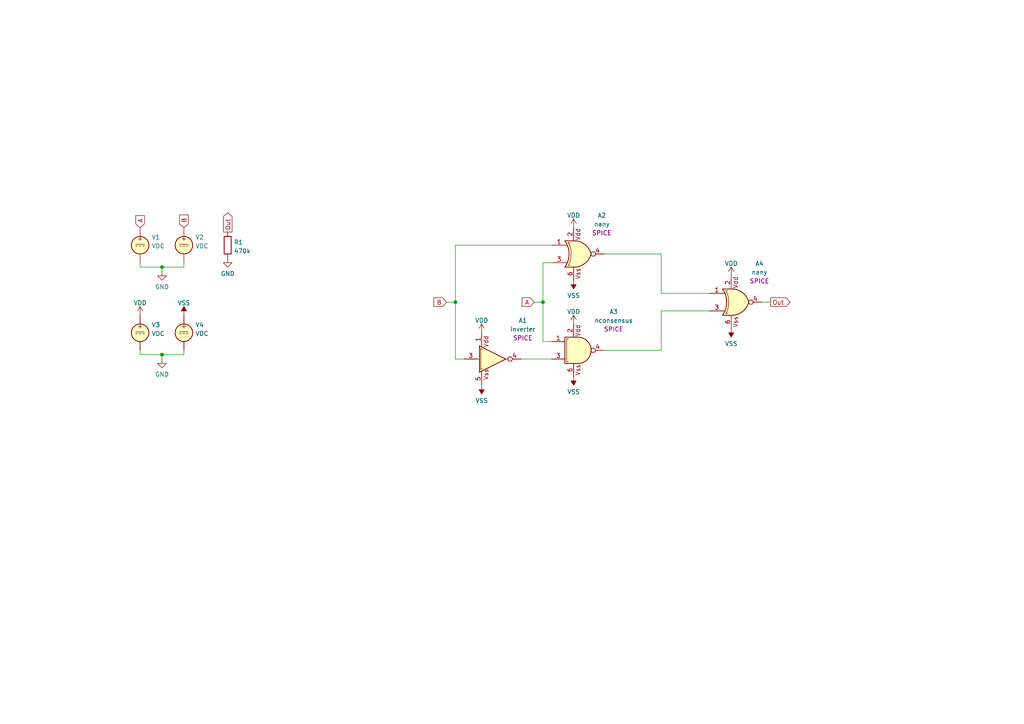
<source format=kicad_sch>
(kicad_sch (version 20211123) (generator eeschema)
  (paper "A4")
  (lib_symbols
    (symbol "Device:R" (pin_numbers hide) (pin_names (offset 0))
      (property "Reference" "R" (at 2.032 0 90))
      (property "Value" "R" (at 0 0 90))
      (symbol "R_0_1"
        (rectangle (start -1.016 -2.54) (end 1.016 2.54) (stroke (width 0.254)))
      )
      (symbol "R_1_1"
        (pin passive line (at 0 3.81 270) (length 1.27) (name "~") (number "1"))
        (pin passive line (at 0 -3.81 90) (length 1.27) (name "~") (number "2"))
      )
    )
    (symbol "Simulation_SPICE:VDC" (pin_numbers hide) (pin_names (offset 0.0254))
      (property "Reference" "V" (at 2.54 2.54 0))
      (property "Value" "VDC" (at 2.54 0 0))
      (property "Spice_Model" "dc(1)" (at 2.54 -2.54 0))
      (symbol "VDC_0_0"
        (polyline (pts (xy -1.27 0.254) (xy 1.27 0.254)))
        (polyline (pts (xy -0.762 -0.254) (xy -1.27 -0.254)))
        (polyline (pts (xy 0.254 -0.254) (xy -0.254 -0.254)))
        (polyline (pts (xy 1.27 -0.254) (xy 0.762 -0.254)))
        (text "+" (at 0 1.905 0) (effects (font (size 1.27 1.27))))
      )
      (symbol "VDC_0_1"
        (circle (center 0 0) (radius 2.54) (stroke (width 0.254)) (fill (type background)))
      )
      (symbol "VDC_1_1"
        (pin passive line (at 0 5.08 270) (length 2.54) (name "~") (number "1"))
        (pin passive line (at 0 -5.08 90) (length 2.54) (name "~") (number "2"))
      )
    )
    (symbol "TernaryLogic:inverter" (pin_names (offset 1.016))
      (property "Reference" "A" (at -0.635 1.27 0))
      (property "Value" "inverter" (at -0.635 -0.635 0))
      (property "Spice_Primitive" "X" (at -0.635 1.27 0))
      (property "Spice_Model" "Inverter" (at -0.635 1.27 0))
      (property "Spice_Netlist_Enabled" "Y" (at -0.635 1.27 0))
      (symbol "inverter_0_0"
        (polyline (pts (xy -3.81 0) (xy -3.302 0)))
        (polyline (pts (xy -2.54 -3.81) (xy -2.54 -3.556)))
        (polyline (pts (xy -2.54 3.81) (xy -2.54 3.556)))
        (polyline (pts (xy 5.08 0) (xy 4.318 0)))
        (text "Vdd" (at -1.27 5.08 900) (effects (font (size 1.27 1.27))))
        (text "Vss" (at -1.27 -4.445 900) (effects (font (size 1.27 1.27))))
      )
      (symbol "inverter_0_1"
        (polyline (pts (xy -2.794 3.048) (xy -2.286 2.794)) (stroke (width 0.1524)))
        (polyline (pts (xy -2.794 3.048) (xy -2.794 -3.048) (xy -2.286 -2.794)) (stroke (width 0.1524)))
      )
      (symbol "inverter_1_1"
        (polyline (pts (xy -3.175 3.81) (xy -3.175 -3.81) (xy 4.445 0) (xy -3.175 3.81)) (stroke (width 0.254)) (fill (type background)))
        (pin power_in line (at -2.54 7.62 270) (length 3.81) (name "~") (number "1"))
        (pin input line (at -7.62 0 0) (length 3.81) (name "~") (number "3"))
        (pin output inverted (at 8.89 0 180) (length 3.81) (name "~") (number "4"))
        (pin power_in line (at -2.54 -7.62 90) (length 3.81) (name "~") (number "5"))
      )
    )
    (symbol "TernaryLogic:nany" (pin_names (offset 1.016))
      (property "Reference" "A" (at 0 1.27 0))
      (property "Value" "nany" (at 0 -1.27 0))
      (property "Spice_Primitive" "X" (at 0 1.27 0))
      (property "Spice_Model" "NAny" (at 0 1.27 0))
      (property "Spice_Netlist_Enabled" "Y" (at 0 1.27 0))
      (symbol "nany_0_0"
        (text "Vdd" (at 0 5.715 900) (effects (font (size 1.27 1.27))))
        (text "Vss" (at 0 -5.715 900) (effects (font (size 1.27 1.27))))
      )
      (symbol "nany_0_1"
        (arc (start -2.794 -3.302) (mid -1.9868 0) (end -2.794 3.302))
        (polyline (pts (xy -2.794 -3.302) (xy -2.286 -3.302)))
        (polyline (pts (xy -2.794 3.302) (xy -2.286 3.302)))
      )
      (symbol "nany_1_1"
        (arc (start -3.81 -3.81) (mid -2.589 0) (end -3.81 3.81) (stroke (width 0.254)))
        (arc (start -0.6096 -3.81) (mid 2.1842 -2.5851) (end 3.81 0) (stroke (width 0.254)) (fill (type background)))
        (polyline (pts (xy -3.81 -3.81) (xy -0.635 -3.81)) (stroke (width 0.254)) (fill (type background)))
        (polyline (pts (xy -3.81 3.81) (xy -0.635 3.81)) (stroke (width 0.254)) (fill (type background)))
        (polyline (pts (xy -0.635 3.81) (xy -3.81 3.81) (xy -3.81 3.81) (xy -3.556 3.4036) (xy -3.0226 2.2606) (xy -2.6924 1.0414) (xy -2.6162 -0.254) (xy -2.7686 -1.4986) (xy -3.175 -2.7178) (xy -3.81 -3.81) (xy -3.81 -3.81) (xy -0.635 -3.81)) (stroke (width -25.4)) (fill (type background)))
        (arc (start 3.81 0) (mid 2.1915 2.5936) (end -0.6096 3.81) (stroke (width 0.254)) (fill (type background)))
        (pin input line (at -7.62 2.54 0) (length 4.318) (name "~") (number "1"))
        (pin power_in line (at -1.27 7.62 270) (length 3.81) (name "~") (number "2"))
        (pin input line (at -7.62 -2.54 0) (length 4.318) (name "~") (number "3"))
        (pin output inverted (at 7.62 0 180) (length 3.81) (name "~") (number "4"))
        (pin power_in line (at -1.27 -7.62 90) (length 3.81) (name "~") (number "6"))
      )
    )
    (symbol "TernaryLogic:nconsensus" (pin_names (offset 1.016))
      (property "Reference" "A" (at 0 1.27 0))
      (property "Value" "nconsensus" (at 0 -1.27 0))
      (property "Spice_Primitive" "X" (at 0 1.27 0))
      (property "Spice_Model" "NConsensus" (at 0 1.27 0))
      (property "Spice_Netlist_Enabled" "Y" (at 0 1.27 0))
      (symbol "nconsensus_0_0"
        (text "Vdd" (at 0 5.715 900) (effects (font (size 1.27 1.27))))
        (text "Vss" (at 0 -5.715 900) (effects (font (size 1.27 1.27))))
      )
      (symbol "nconsensus_0_1"
        (polyline (pts (xy -3.302 3.302) (xy -2.794 3.302)))
        (polyline (pts (xy -3.302 3.302) (xy -3.302 -3.302) (xy -3.048 -3.302) (xy -2.794 -3.302)))
      )
      (symbol "nconsensus_1_1"
        (arc (start 0 -3.81) (mid 3.81 0) (end 0 3.81) (stroke (width 0.254)) (fill (type background)))
        (polyline (pts (xy 0 3.81) (xy -3.81 3.81) (xy -3.81 -3.81) (xy 0 -3.81)) (stroke (width 0.254)) (fill (type background)))
        (pin input line (at -7.62 2.54 0) (length 3.81) (name "~") (number "1"))
        (pin power_in line (at -1.27 7.62 270) (length 3.81) (name "~") (number "2"))
        (pin input line (at -7.62 -2.54 0) (length 3.81) (name "~") (number "3"))
        (pin output inverted (at 7.62 0 180) (length 3.81) (name "~") (number "4"))
        (pin power_in line (at -1.27 -7.62 90) (length 3.81) (name "~") (number "6"))
      )
    )
    (symbol "power:GND" (power) (pin_names (offset 0))
      (property "Value" "GND" (at 0 -3.81 0))
      (symbol "GND_0_1"
        (polyline (pts (xy 0 0) (xy 0 -1.27) (xy 1.27 -1.27) (xy 0 -2.54) (xy -1.27 -1.27) (xy 0 -1.27)))
      )
      (symbol "GND_1_1"
        (pin power_in line (at 0 0 270) (length 0) hide (name "GND") (number "1"))
      )
    )
    (symbol "power:VDD" (power) (pin_names (offset 0))
      (property "Value" "VDD" (at 0 3.81 0))
      (symbol "VDD_0_1"
        (polyline (pts (xy -0.762 1.27) (xy 0 2.54)))
        (polyline (pts (xy 0 0) (xy 0 2.54)))
        (polyline (pts (xy 0 2.54) (xy 0.762 1.27)))
      )
      (symbol "VDD_1_1"
        (pin power_in line (at 0 0 90) (length 0) hide (name "VDD") (number "1"))
      )
    )
    (symbol "power:VSS" (power) (pin_names (offset 0))
      (property "Value" "VSS" (at 0 3.81 0))
      (symbol "VSS_0_1"
        (polyline (pts (xy 0 0) (xy 0 2.54)))
        (polyline (pts (xy 0.762 1.27) (xy -0.762 1.27) (xy 0 2.54) (xy 0.762 1.27)) (fill (type outline)))
      )
      (symbol "VSS_1_1"
        (pin power_in line (at 0 0 90) (length 0) hide (name "VSS") (number "1"))
      )
    )
  )
  (junction (at 46.99 102.87))
  (junction (at 132.08 87.63))
  (junction (at 46.99 77.47))
  (junction (at 157.48 87.63))
  (wire (pts (xy 40.64 76.2) (xy 40.64 77.47)))
  (wire (pts (xy 191.77 90.17) (xy 191.77 101.6)))
  (wire (pts (xy 46.99 102.87) (xy 46.99 104.14)))
  (wire (pts (xy 40.64 77.47) (xy 46.99 77.47)))
  (wire (pts (xy 154.94 87.63) (xy 157.48 87.63)))
  (wire (pts (xy 160.02 99.06) (xy 157.48 99.06)))
  (wire (pts (xy 160.02 76.2) (xy 157.48 76.2)))
  (wire (pts (xy 129.54 87.63) (xy 132.08 87.63)))
  (wire (pts (xy 157.48 76.2) (xy 157.48 87.63)))
  (wire (pts (xy 53.34 77.47) (xy 53.34 76.2)))
  (wire (pts (xy 160.02 71.12) (xy 132.08 71.12)))
  (wire (pts (xy 191.77 85.09) (xy 205.74 85.09)))
  (wire (pts (xy 132.08 71.12) (xy 132.08 87.63)))
  (wire (pts (xy 151.13 104.14) (xy 160.02 104.14)))
  (wire (pts (xy 46.99 77.47) (xy 53.34 77.47)))
  (wire (pts (xy 46.99 77.47) (xy 46.99 78.74)))
  (wire (pts (xy 40.64 101.6) (xy 40.64 102.87)))
  (wire (pts (xy 191.77 101.6) (xy 175.26 101.6)))
  (wire (pts (xy 220.98 87.63) (xy 223.52 87.63)))
  (wire (pts (xy 132.08 87.63) (xy 132.08 104.14)))
  (wire (pts (xy 53.34 102.87) (xy 53.34 101.6)))
  (wire (pts (xy 132.08 104.14) (xy 134.62 104.14)))
  (wire (pts (xy 205.74 90.17) (xy 191.77 90.17)))
  (wire (pts (xy 175.26 73.66) (xy 191.77 73.66)))
  (wire (pts (xy 191.77 73.66) (xy 191.77 85.09)))
  (wire (pts (xy 157.48 87.63) (xy 157.48 99.06)))
  (wire (pts (xy 40.64 102.87) (xy 46.99 102.87)))
  (wire (pts (xy 46.99 102.87) (xy 53.34 102.87)))
  (global_label "B" (shape input) (at 53.34 66.04 90) (property "Intersheet References" "${INTERSHEET_REFS}" (effects hide)))
  (global_label "A" (shape input) (at 154.94 87.63 180) (property "Intersheet References" "${INTERSHEET_REFS}" (effects hide)))
  (global_label "B" (shape input) (at 129.54 87.63 180) (property "Intersheet References" "${INTERSHEET_REFS}" (effects hide)))
  (global_label "Out" (shape output) (at 223.52 87.63 0) (property "Intersheet References" "${INTERSHEET_REFS}" (effects hide)))
  (global_label "Out" (shape output) (at 66.04 67.31 90) (property "Intersheet References" "${INTERSHEET_REFS}" (effects hide)))
  (global_label "A" (shape input) (at 40.64 66.04 90) (property "Intersheet References" "${INTERSHEET_REFS}" (effects hide)))
  (symbol (lib_id "power:GND") (at 46.99 78.74 0) (unit 1)
    (property "Reference" "#PWR02" (effects hide))
    (property "Value" "GND" (at 46.99 83.1834 0))
  )
  (symbol (lib_id "power:VSS") (at 212.09 95.25 180) (unit 1)
    (property "Reference" "#PWR012" (effects hide))
    (property "Value" "VSS" (at 212.09 99.6934 0))
  )
  (symbol (lib_id "power:GND") (at 66.04 74.93 0) (unit 1)
    (property "Reference" "#PWR013" (effects hide))
    (property "Value" "GND" (at 66.04 79.3734 0))
  )
  (symbol (lib_id "power:VSS") (at 53.34 91.44 0) (unit 1)
    (property "Reference" "#PWR04" (effects hide))
    (property "Value" "VSS" (at 53.34 87.8642 0))
  )
  (symbol (lib_id "power:VDD") (at 212.09 80.01 0) (unit 1)
    (property "Reference" "#PWR011" (effects hide))
    (property "Value" "VDD" (at 212.09 76.4342 0))
  )
  (symbol (lib_id "power:VSS") (at 139.7 111.76 180) (unit 1)
    (property "Reference" "#PWR06" (effects hide))
    (property "Value" "VSS" (at 139.7 116.2034 0))
  )
  (symbol (lib_id "power:VDD") (at 139.7 96.52 0) (unit 1)
    (property "Reference" "#PWR05" (effects hide))
    (property "Value" "VDD" (at 139.7 92.9442 0))
  )
  (symbol (lib_id "TernaryLogic:inverter") (at 142.24 104.14 0) (unit 1)
    (property "Reference" "A1" (at 151.6327 92.9566 0))
    (property "Value" "inverter" (at 151.6327 95.4935 0))
    (property "Footprint" "Ternary_Rev_1:inverter" (effects hide))
    (property "Spice_Primitive" "X" (at 151.6327 98.0304 0))
    (property "Spice_Model" "Inverter" (at 151.6327 100.5673 0))
    (property "Spice_Netlist_Enabled" "Y" (at 151.6327 103.1042 0))
    (property "Spice_Lib_File" "${TRITIUM_LIB}/TritiumSpice.lib" (effects hide))
  )
  (symbol (lib_id "power:VDD") (at 166.37 93.98 0) (unit 1)
    (property "Reference" "#PWR09" (effects hide))
    (property "Value" "VDD" (at 166.37 90.4042 0))
  )
  (symbol (lib_id "TernaryLogic:nany") (at 213.36 87.63 0) (unit 1)
    (property "Reference" "A4" (at 220.2792 76.4466 0))
    (property "Value" "nany" (at 220.2792 78.9835 0))
    (property "Footprint" "Ternary_Rev_1:nany" (effects hide))
    (property "Spice_Primitive" "X" (at 220.2792 81.5204 0))
    (property "Spice_Model" "NAny" (at 220.2792 84.0573 0))
    (property "Spice_Netlist_Enabled" "Y" (at 220.2792 86.5942 0))
    (property "Spice_Lib_File" "${TRITIUM_LIB}/TritiumSpice.lib" (effects hide))
  )
  (symbol (lib_id "power:VDD") (at 166.37 66.04 0) (unit 1)
    (property "Reference" "#PWR07" (effects hide))
    (property "Value" "VDD" (at 166.37 62.4642 0))
  )
  (symbol (lib_id "Simulation_SPICE:VDC") (at 53.34 96.52 0) (unit 1)
    (property "Reference" "V4" (at 56.642 94.2271 0) (effects (justify left)))
    (property "Value" "VDC" (at 56.642 96.764 0) (effects (justify left)))
    (property "Spice_Netlist_Enabled" "Y" (effects hide))
    (property "Spice_Primitive" "V" (effects hide))
    (property "Spice_Model" "-5" (at 56.642 99.3009 0) (effects (justify left)))
  )
  (symbol (lib_id "Device:R") (at 66.04 71.12 0) (unit 1)
    (property "Reference" "R1" (at 67.818 70.2853 0) (effects (justify left)))
    (property "Value" "470k" (at 67.818 72.8222 0) (effects (justify left)))
  )
  (symbol (lib_id "power:GND") (at 46.99 104.14 0) (unit 1)
    (property "Reference" "#PWR03" (effects hide))
    (property "Value" "GND" (at 46.99 108.5834 0))
  )
  (symbol (lib_id "Simulation_SPICE:VDC") (at 53.34 71.12 0) (unit 1)
    (property "Reference" "V2" (at 56.642 68.8271 0) (effects (justify left)))
    (property "Value" "VDC" (at 56.642 71.364 0) (effects (justify left)))
    (property "Spice_Netlist_Enabled" "Y" (effects hide))
    (property "Spice_Primitive" "V" (effects hide))
    (property "Spice_Model" "0" (at 56.642 73.9009 0) (effects (justify left)))
  )
  (symbol (lib_id "power:VDD") (at 40.64 91.44 0) (unit 1)
    (property "Reference" "#PWR01" (effects hide))
    (property "Value" "VDD" (at 40.64 87.8642 0))
  )
  (symbol (lib_id "Simulation_SPICE:VDC") (at 40.64 96.52 0) (unit 1)
    (property "Reference" "V3" (at 43.942 94.2271 0) (effects (justify left)))
    (property "Value" "VDC" (at 43.942 96.764 0) (effects (justify left)))
    (property "Spice_Netlist_Enabled" "Y" (effects hide))
    (property "Spice_Primitive" "V" (effects hide))
    (property "Spice_Model" "5" (at 43.942 99.3009 0) (effects (justify left)))
  )
  (symbol (lib_id "TernaryLogic:nconsensus") (at 167.64 101.6 0) (unit 1)
    (property "Reference" "A3" (at 177.9761 90.4166 0))
    (property "Value" "nconsensus" (at 177.9761 92.9535 0))
    (property "Footprint" "Ternary_Rev_1:nconsensus" (effects hide))
    (property "Spice_Primitive" "X" (at 177.9761 95.4904 0))
    (property "Spice_Model" "NConsensus" (at 177.9761 98.0273 0))
    (property "Spice_Netlist_Enabled" "Y" (at 177.9761 100.5642 0))
    (property "Spice_Lib_File" "${TRITIUM_LIB}/TritiumSpice.lib" (effects hide))
  )
  (symbol (lib_id "power:VSS") (at 166.37 109.22 180) (unit 1)
    (property "Reference" "#PWR010" (effects hide))
    (property "Value" "VSS" (at 166.37 113.6634 0))
  )
  (symbol (lib_id "Simulation_SPICE:VDC") (at 40.64 71.12 0) (unit 1)
    (property "Reference" "V1" (at 43.942 68.8271 0) (effects (justify left)))
    (property "Value" "VDC" (at 43.942 71.364 0) (effects (justify left)))
    (property "Spice_Netlist_Enabled" "Y" (effects hide))
    (property "Spice_Primitive" "V" (effects hide))
    (property "Spice_Model" "0" (at 43.942 73.9009 0) (effects (justify left)))
  )
  (symbol (lib_id "power:VSS") (at 166.37 81.28 180) (unit 1)
    (property "Reference" "#PWR08" (effects hide))
    (property "Value" "VSS" (at 166.37 85.7234 0))
  )
  (symbol (lib_id "TernaryLogic:nany") (at 167.64 73.66 0) (unit 1)
    (property "Reference" "A2" (at 174.5592 62.4766 0))
    (property "Value" "nany" (at 174.5592 65.0135 0))
    (property "Footprint" "Ternary_Rev_1:nany" (effects hide))
    (property "Spice_Primitive" "X" (at 174.5592 67.5504 0))
    (property "Spice_Model" "NAny" (at 174.5592 70.0873 0))
    (property "Spice_Netlist_Enabled" "Y" (at 174.5592 72.6242 0))
    (property "Spice_Lib_File" "${TRITIUM_LIB}/TritiumSpice.lib" (effects hide))
  )
)
</source>
